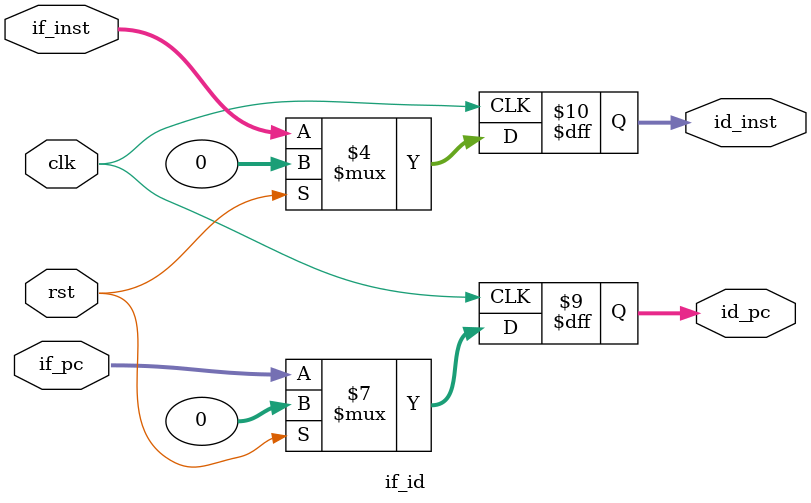
<source format=v>
module if_id(
    input wire[31:0] if_pc,
    input wire[31:0] if_inst,

    input wire       rst,
    input wire       clk,

    output reg[31:0] id_pc,
    output reg[31:0] id_inst
);
    always @ (posedge clk) begin
        if(rst == 1'b1) begin
            id_pc <= 32'h00000000;
            id_inst <= 32'h00000000;
        end else begin
            id_pc <= if_pc;
            id_inst <= if_inst;
        end
    end
endmodule

</source>
